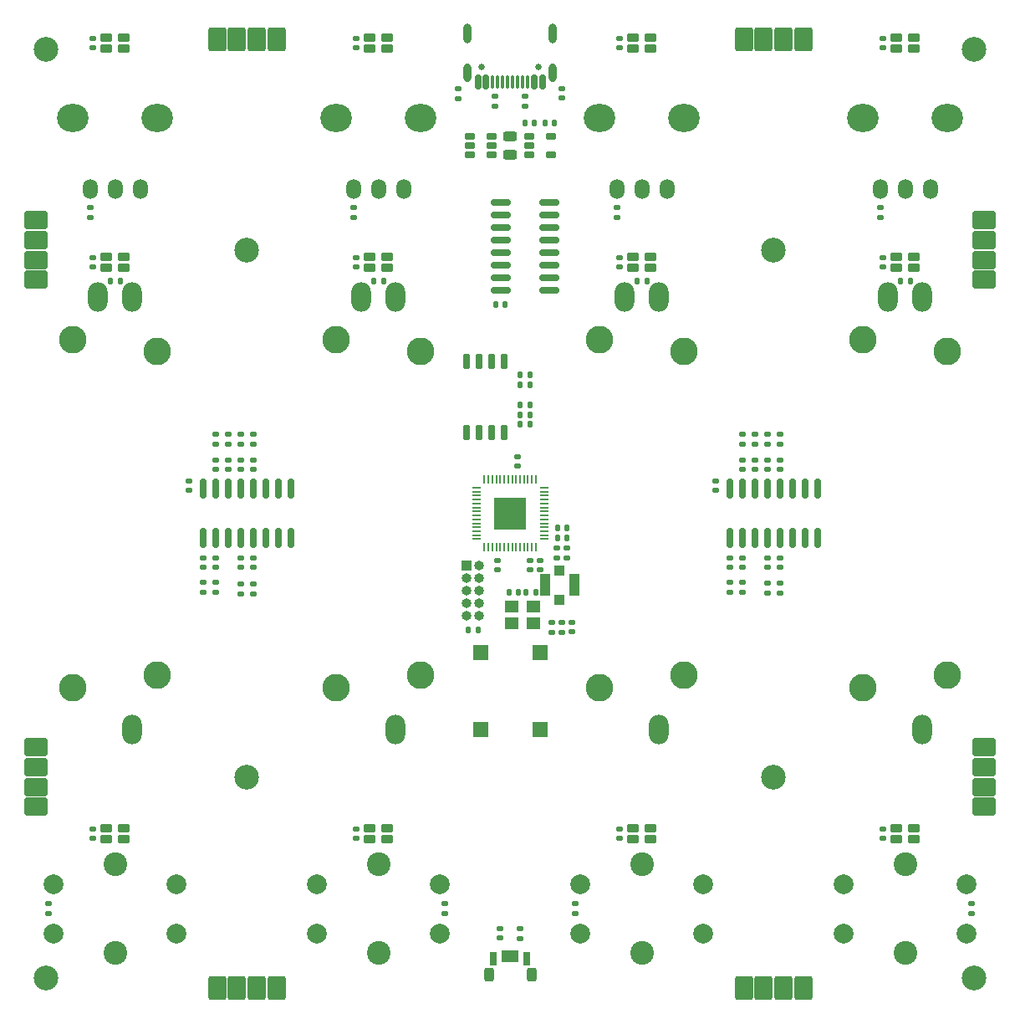
<source format=gbr>
%TF.GenerationSoftware,KiCad,Pcbnew,6.0.7-f9a2dced07~116~ubuntu22.04.1*%
%TF.CreationDate,2022-11-18T16:56:16+01:00*%
%TF.ProjectId,edge_plating_test,65646765-5f70-46c6-9174-696e675f7465,rev?*%
%TF.SameCoordinates,Original*%
%TF.FileFunction,Soldermask,Top*%
%TF.FilePolarity,Negative*%
%FSLAX46Y46*%
G04 Gerber Fmt 4.6, Leading zero omitted, Abs format (unit mm)*
G04 Created by KiCad (PCBNEW 6.0.7-f9a2dced07~116~ubuntu22.04.1) date 2022-11-18 16:56:16*
%MOMM*%
%LPD*%
G01*
G04 APERTURE LIST*
G04 Aperture macros list*
%AMRoundRect*
0 Rectangle with rounded corners*
0 $1 Rounding radius*
0 $2 $3 $4 $5 $6 $7 $8 $9 X,Y pos of 4 corners*
0 Add a 4 corners polygon primitive as box body*
4,1,4,$2,$3,$4,$5,$6,$7,$8,$9,$2,$3,0*
0 Add four circle primitives for the rounded corners*
1,1,$1+$1,$2,$3*
1,1,$1+$1,$4,$5*
1,1,$1+$1,$6,$7*
1,1,$1+$1,$8,$9*
0 Add four rect primitives between the rounded corners*
20,1,$1+$1,$2,$3,$4,$5,0*
20,1,$1+$1,$4,$5,$6,$7,0*
20,1,$1+$1,$6,$7,$8,$9,0*
20,1,$1+$1,$8,$9,$2,$3,0*%
G04 Aperture macros list end*
%ADD10RoundRect,0.140000X-0.170000X0.140000X-0.170000X-0.140000X0.170000X-0.140000X0.170000X0.140000X0*%
%ADD11RoundRect,0.140000X0.170000X-0.140000X0.170000X0.140000X-0.170000X0.140000X-0.170000X-0.140000X0*%
%ADD12RoundRect,0.250200X-0.949800X0.649800X-0.949800X-0.649800X0.949800X-0.649800X0.949800X0.649800X0*%
%ADD13RoundRect,0.135000X-0.135000X-0.185000X0.135000X-0.185000X0.135000X0.185000X-0.135000X0.185000X0*%
%ADD14RoundRect,0.225000X-0.375000X-0.225000X0.375000X-0.225000X0.375000X0.225000X-0.375000X0.225000X0*%
%ADD15RoundRect,0.135000X0.185000X-0.135000X0.185000X0.135000X-0.185000X0.135000X-0.185000X-0.135000X0*%
%ADD16RoundRect,0.140000X-0.140000X-0.170000X0.140000X-0.170000X0.140000X0.170000X-0.140000X0.170000X0*%
%ADD17RoundRect,0.250200X0.949800X-0.649800X0.949800X0.649800X-0.949800X0.649800X-0.949800X-0.649800X0*%
%ADD18O,1.500000X2.000000*%
%ADD19O,3.200000X2.800000*%
%ADD20RoundRect,0.135000X-0.185000X0.135000X-0.185000X-0.135000X0.185000X-0.135000X0.185000X0.135000X0*%
%ADD21C,2.000000*%
%ADD22C,2.400000*%
%ADD23RoundRect,0.050000X0.387500X0.050000X-0.387500X0.050000X-0.387500X-0.050000X0.387500X-0.050000X0*%
%ADD24RoundRect,0.050000X0.050000X0.387500X-0.050000X0.387500X-0.050000X-0.387500X0.050000X-0.387500X0*%
%ADD25R,3.200000X3.200000*%
%ADD26O,0.800000X1.900000*%
%ADD27RoundRect,0.150000X0.150000X0.575000X-0.150000X0.575000X-0.150000X-0.575000X0.150000X-0.575000X0*%
%ADD28RoundRect,0.170000X0.000000X0.555000X0.000000X0.555000X0.000000X-0.555000X0.000000X-0.555000X0*%
%ADD29O,0.800000X2.000000*%
%ADD30C,0.650000*%
%ADD31RoundRect,0.150000X0.150000X-0.825000X0.150000X0.825000X-0.150000X0.825000X-0.150000X-0.825000X0*%
%ADD32O,2.000000X3.000000*%
%ADD33C,2.800000*%
%ADD34RoundRect,0.140000X0.140000X0.170000X-0.140000X0.170000X-0.140000X-0.170000X0.140000X-0.170000X0*%
%ADD35RoundRect,0.147500X0.172500X-0.147500X0.172500X0.147500X-0.172500X0.147500X-0.172500X-0.147500X0*%
%ADD36RoundRect,0.250200X0.649800X0.949800X-0.649800X0.949800X-0.649800X-0.949800X0.649800X-0.949800X0*%
%ADD37R,1.500000X1.500000*%
%ADD38RoundRect,0.150000X0.825000X0.150000X-0.825000X0.150000X-0.825000X-0.150000X0.825000X-0.150000X0*%
%ADD39RoundRect,0.135000X0.135000X0.185000X-0.135000X0.185000X-0.135000X-0.185000X0.135000X-0.185000X0*%
%ADD40RoundRect,0.162500X-0.367500X-0.162500X0.367500X-0.162500X0.367500X0.162500X-0.367500X0.162500X0*%
%ADD41RoundRect,0.250200X-0.649800X-0.949800X0.649800X-0.949800X0.649800X0.949800X-0.649800X0.949800X0*%
%ADD42RoundRect,0.250000X0.250000X-0.450000X0.250000X0.450000X-0.250000X0.450000X-0.250000X-0.450000X0*%
%ADD43R,1.700000X1.200000*%
%ADD44R,0.700000X1.400000*%
%ADD45RoundRect,0.243750X-0.456250X0.243750X-0.456250X-0.243750X0.456250X-0.243750X0.456250X0.243750X0*%
%ADD46C,2.500000*%
%ADD47R,1.000000X1.000000*%
%ADD48R,1.050000X2.200000*%
%ADD49RoundRect,0.150000X-0.150000X0.650000X-0.150000X-0.650000X0.150000X-0.650000X0.150000X0.650000X0*%
%ADD50O,1.000000X1.000000*%
%ADD51R,1.400000X1.200000*%
G04 APERTURE END LIST*
D10*
%TO.C,C23*%
X70155000Y-104473000D03*
X70155000Y-105433000D03*
%TD*%
D11*
%TO.C,C20*%
X73965000Y-95527000D03*
X73965000Y-94567000D03*
%TD*%
D12*
%TO.C,REF\u002A\u002A*%
X52000000Y-123670000D03*
X52000000Y-125670000D03*
X52000000Y-127670000D03*
X52000000Y-129670000D03*
%TD*%
D13*
%TO.C,R8*%
X59485000Y-76505000D03*
X60505000Y-76505000D03*
%TD*%
D14*
%TO.C,D14*%
X87565000Y-132935000D03*
X87565000Y-131835000D03*
X85765000Y-131835000D03*
X85765000Y-132935000D03*
%TD*%
D15*
%TO.C,R26*%
X126035000Y-93017000D03*
X126035000Y-91997000D03*
%TD*%
D13*
%TO.C,R33*%
X86155000Y-76505000D03*
X87175000Y-76505000D03*
%TD*%
D16*
%TO.C,C705*%
X101020000Y-90000000D03*
X101980000Y-90000000D03*
%TD*%
D17*
%TO.C,REF\u002A\u002A*%
X148000000Y-76330000D03*
X148000000Y-74330000D03*
X148000000Y-72330000D03*
X148000000Y-70330000D03*
%TD*%
D16*
%TO.C,C602*%
X101520000Y-60500000D03*
X102480000Y-60500000D03*
%TD*%
D11*
%TO.C,C707*%
X106250000Y-111980000D03*
X106250000Y-111020000D03*
%TD*%
D10*
%TO.C,C35*%
X67488000Y-96726000D03*
X67488000Y-97686000D03*
%TD*%
%TO.C,C14*%
X84379000Y-131905000D03*
X84379000Y-132865000D03*
%TD*%
D18*
%TO.C,UI3*%
X110795000Y-67195000D03*
X113335000Y-67195000D03*
X115875000Y-67195000D03*
D19*
X109035000Y-59995000D03*
X117635000Y-59995000D03*
%TD*%
D11*
%TO.C,C28*%
X127305000Y-95527000D03*
X127305000Y-94567000D03*
%TD*%
D10*
%TO.C,C1*%
X57709000Y-51895000D03*
X57709000Y-52855000D03*
%TD*%
D20*
%TO.C,R601*%
X94750000Y-56990000D03*
X94750000Y-58010000D03*
%TD*%
D10*
%TO.C,C16*%
X137719000Y-131905000D03*
X137719000Y-132865000D03*
%TD*%
D20*
%TO.C,R30*%
X127305000Y-107008400D03*
X127305000Y-108028400D03*
%TD*%
D21*
%TO.C,UI32*%
X146255000Y-142505000D03*
X133755000Y-137505000D03*
X133755000Y-142505000D03*
X146255000Y-137505000D03*
D22*
X140005000Y-144505000D03*
X140005000Y-135505000D03*
%TD*%
D20*
%TO.C,R603*%
X98500000Y-57740000D03*
X98500000Y-58760000D03*
%TD*%
D23*
%TO.C,U701*%
X103437500Y-102600000D03*
X103437500Y-102200000D03*
X103437500Y-101800000D03*
X103437500Y-101400000D03*
X103437500Y-101000000D03*
X103437500Y-100600000D03*
X103437500Y-100200000D03*
X103437500Y-99800000D03*
X103437500Y-99400000D03*
X103437500Y-99000000D03*
X103437500Y-98600000D03*
X103437500Y-98200000D03*
X103437500Y-97800000D03*
X103437500Y-97400000D03*
D24*
X102600000Y-96562500D03*
X102200000Y-96562500D03*
X101800000Y-96562500D03*
X101400000Y-96562500D03*
X101000000Y-96562500D03*
X100600000Y-96562500D03*
X100200000Y-96562500D03*
X99800000Y-96562500D03*
X99400000Y-96562500D03*
X99000000Y-96562500D03*
X98600000Y-96562500D03*
X98200000Y-96562500D03*
X97800000Y-96562500D03*
X97400000Y-96562500D03*
D23*
X96562500Y-97400000D03*
X96562500Y-97800000D03*
X96562500Y-98200000D03*
X96562500Y-98600000D03*
X96562500Y-99000000D03*
X96562500Y-99400000D03*
X96562500Y-99800000D03*
X96562500Y-100200000D03*
X96562500Y-100600000D03*
X96562500Y-101000000D03*
X96562500Y-101400000D03*
X96562500Y-101800000D03*
X96562500Y-102200000D03*
X96562500Y-102600000D03*
D24*
X97400000Y-103437500D03*
X97800000Y-103437500D03*
X98200000Y-103437500D03*
X98600000Y-103437500D03*
X99000000Y-103437500D03*
X99400000Y-103437500D03*
X99800000Y-103437500D03*
X100200000Y-103437500D03*
X100600000Y-103437500D03*
X101000000Y-103437500D03*
X101400000Y-103437500D03*
X101800000Y-103437500D03*
X102200000Y-103437500D03*
X102600000Y-103437500D03*
D25*
X100000000Y-100000000D03*
%TD*%
D10*
%TO.C,C715*%
X102000000Y-104770000D03*
X102000000Y-105730000D03*
%TD*%
D20*
%TO.C,R32*%
X126035000Y-107008400D03*
X126035000Y-108028400D03*
%TD*%
D15*
%TO.C,R17*%
X71425000Y-93017000D03*
X71425000Y-91997000D03*
%TD*%
D20*
%TO.C,R31*%
X123495000Y-106957600D03*
X123495000Y-107977600D03*
%TD*%
%TO.C,R16*%
X146736000Y-139495000D03*
X146736000Y-140515000D03*
%TD*%
D11*
%TO.C,C19*%
X70155000Y-95527000D03*
X70155000Y-94567000D03*
%TD*%
D26*
%TO.C,J601*%
X104320000Y-55380000D03*
D27*
X103250000Y-56295000D03*
X102450000Y-56295000D03*
D28*
X101750000Y-56295000D03*
X101250000Y-56295000D03*
X100750000Y-56295000D03*
X100250000Y-56295000D03*
X99750000Y-56295000D03*
D27*
X96750000Y-56295000D03*
D28*
X98250000Y-56295000D03*
X98750000Y-56295000D03*
X99250000Y-56295000D03*
D27*
X97550000Y-56295000D03*
D26*
X95680000Y-55380000D03*
D29*
X95680000Y-51450000D03*
X104320000Y-51450000D03*
D30*
X102890000Y-54850000D03*
X97110000Y-54850000D03*
%TD*%
D20*
%TO.C,R705*%
X105250000Y-110990000D03*
X105250000Y-112010000D03*
%TD*%
%TO.C,R23*%
X70155000Y-106983000D03*
X70155000Y-108003000D03*
%TD*%
D18*
%TO.C,UI4*%
X137465000Y-67195000D03*
X140005000Y-67195000D03*
X142545000Y-67195000D03*
D19*
X135705000Y-59995000D03*
X144305000Y-59995000D03*
%TD*%
D16*
%TO.C,C706*%
X101020000Y-91000000D03*
X101980000Y-91000000D03*
%TD*%
D21*
%TO.C,UI31*%
X119585000Y-142505000D03*
X107085000Y-137505000D03*
X107085000Y-142505000D03*
X119585000Y-137505000D03*
D22*
X113335000Y-144505000D03*
X113335000Y-135505000D03*
%TD*%
D21*
%TO.C,UI30*%
X92915000Y-142505000D03*
X80415000Y-137505000D03*
X80415000Y-142505000D03*
X92915000Y-137505000D03*
D22*
X86665000Y-144505000D03*
X86665000Y-135505000D03*
%TD*%
D31*
%TO.C,U1*%
X68885000Y-102475000D03*
X70155000Y-102475000D03*
X71425000Y-102475000D03*
X72695000Y-102475000D03*
X73965000Y-102475000D03*
X75235000Y-102475000D03*
X76505000Y-102475000D03*
X77775000Y-102475000D03*
X77775000Y-97525000D03*
X76505000Y-97525000D03*
X75235000Y-97525000D03*
X73965000Y-97525000D03*
X72695000Y-97525000D03*
X71425000Y-97525000D03*
X70155000Y-97525000D03*
X68885000Y-97525000D03*
%TD*%
D11*
%TO.C,C26*%
X124765000Y-95527000D03*
X124765000Y-94567000D03*
%TD*%
D32*
%TO.C,UI7*%
X115085000Y-78100000D03*
X111585000Y-78100000D03*
X115085000Y-121900000D03*
D33*
X117585000Y-83600000D03*
X109085000Y-82400000D03*
X117585000Y-116400000D03*
X109085000Y-117600000D03*
%TD*%
D20*
%TO.C,R21*%
X68885000Y-106983000D03*
X68885000Y-108003000D03*
%TD*%
D15*
%TO.C,R28*%
X127305000Y-93017000D03*
X127305000Y-91997000D03*
%TD*%
D18*
%TO.C,UI2*%
X84125000Y-67195000D03*
X86665000Y-67195000D03*
X89205000Y-67195000D03*
D19*
X82365000Y-59995000D03*
X90965000Y-59995000D03*
%TD*%
D34*
%TO.C,C33*%
X99480000Y-78887500D03*
X98520000Y-78887500D03*
%TD*%
D17*
%TO.C,REF\u002A\u002A*%
X148000000Y-129670000D03*
X148000000Y-127670000D03*
X148000000Y-125670000D03*
X148000000Y-123670000D03*
%TD*%
D10*
%TO.C,C32*%
X126035000Y-104473000D03*
X126035000Y-105433000D03*
%TD*%
D14*
%TO.C,D7*%
X114235000Y-75150000D03*
X114235000Y-74050000D03*
X112435000Y-74050000D03*
X112435000Y-75150000D03*
%TD*%
D11*
%TO.C,C25*%
X126035000Y-95527000D03*
X126035000Y-94567000D03*
%TD*%
D10*
%TO.C,C21*%
X68885000Y-104473000D03*
X68885000Y-105433000D03*
%TD*%
D20*
%TO.C,R14*%
X93396000Y-139495000D03*
X93396000Y-140515000D03*
%TD*%
D11*
%TO.C,C701*%
X105750000Y-104480000D03*
X105750000Y-103520000D03*
%TD*%
D15*
%TO.C,R20*%
X73965000Y-93017000D03*
X73965000Y-91997000D03*
%TD*%
D35*
%TO.C,L701*%
X104750000Y-104470000D03*
X104750000Y-103500000D03*
%TD*%
D10*
%TO.C,C13*%
X57709000Y-131905000D03*
X57709000Y-132865000D03*
%TD*%
%TO.C,C3*%
X111049000Y-51895000D03*
X111049000Y-52855000D03*
%TD*%
%TO.C,C29*%
X122225000Y-104473000D03*
X122225000Y-105433000D03*
%TD*%
D14*
%TO.C,D8*%
X140905000Y-75150000D03*
X140905000Y-74050000D03*
X139105000Y-74050000D03*
X139105000Y-75150000D03*
%TD*%
D10*
%TO.C,C2*%
X84379000Y-51895000D03*
X84379000Y-52855000D03*
%TD*%
D15*
%TO.C,R27*%
X123495000Y-93017000D03*
X123495000Y-91997000D03*
%TD*%
D13*
%TO.C,R703*%
X100990000Y-89000000D03*
X102010000Y-89000000D03*
%TD*%
D15*
%TO.C,R10*%
X84125000Y-70030000D03*
X84125000Y-69010000D03*
%TD*%
D36*
%TO.C,REF\u002A\u002A*%
X76330000Y-52000000D03*
X74330000Y-52000000D03*
X72330000Y-52000000D03*
X70330000Y-52000000D03*
%TD*%
D10*
%TO.C,C52*%
X120828000Y-96726000D03*
X120828000Y-97686000D03*
%TD*%
D11*
%TO.C,C18*%
X71425000Y-95527000D03*
X71425000Y-94567000D03*
%TD*%
D14*
%TO.C,D5*%
X60895000Y-75150000D03*
X60895000Y-74050000D03*
X59095000Y-74050000D03*
X59095000Y-75150000D03*
%TD*%
D20*
%TO.C,R24*%
X72695000Y-107110000D03*
X72695000Y-108130000D03*
%TD*%
D37*
%TO.C,SW701*%
X103000000Y-121900000D03*
X103000000Y-114100000D03*
%TD*%
D14*
%TO.C,D16*%
X140905000Y-132935000D03*
X140905000Y-131835000D03*
X139105000Y-131835000D03*
X139105000Y-132935000D03*
%TD*%
D36*
%TO.C,REF\u002A\u002A*%
X129670000Y-52000000D03*
X127670000Y-52000000D03*
X125670000Y-52000000D03*
X123670000Y-52000000D03*
%TD*%
D14*
%TO.C,D13*%
X60895000Y-132935000D03*
X60895000Y-131835000D03*
X59095000Y-131835000D03*
X59095000Y-132935000D03*
%TD*%
D32*
%TO.C,UI8*%
X141755000Y-78100000D03*
X138255000Y-78100000D03*
X141755000Y-121900000D03*
D33*
X144255000Y-83600000D03*
X135755000Y-82400000D03*
X144255000Y-116400000D03*
X135755000Y-117600000D03*
%TD*%
D38*
%TO.C,U3*%
X103975000Y-77445000D03*
X103975000Y-76175000D03*
X103975000Y-74905000D03*
X103975000Y-73635000D03*
X103975000Y-72365000D03*
X103975000Y-71095000D03*
X103975000Y-69825000D03*
X103975000Y-68555000D03*
X99025000Y-68555000D03*
X99025000Y-69825000D03*
X99025000Y-71095000D03*
X99025000Y-72365000D03*
X99025000Y-73635000D03*
X99025000Y-74905000D03*
X99025000Y-76175000D03*
X99025000Y-77445000D03*
%TD*%
D14*
%TO.C,D6*%
X87565000Y-75150000D03*
X87565000Y-74050000D03*
X85765000Y-74050000D03*
X85765000Y-75150000D03*
%TD*%
D39*
%TO.C,R702*%
X102010000Y-86000000D03*
X100990000Y-86000000D03*
%TD*%
D10*
%TO.C,C6*%
X84379000Y-74120000D03*
X84379000Y-75080000D03*
%TD*%
%TO.C,C5*%
X57709000Y-74120000D03*
X57709000Y-75080000D03*
%TD*%
D18*
%TO.C,UI1*%
X57455000Y-67195000D03*
X59995000Y-67195000D03*
X62535000Y-67195000D03*
D19*
X55695000Y-59995000D03*
X64295000Y-59995000D03*
%TD*%
D15*
%TO.C,R19*%
X70155000Y-93017000D03*
X70155000Y-91997000D03*
%TD*%
D20*
%TO.C,R15*%
X106604000Y-139495000D03*
X106604000Y-140515000D03*
%TD*%
D10*
%TO.C,C714*%
X98750000Y-104770000D03*
X98750000Y-105730000D03*
%TD*%
D20*
%TO.C,R602*%
X101500000Y-57740000D03*
X101500000Y-58760000D03*
%TD*%
D37*
%TO.C,SW702*%
X97000000Y-121900000D03*
X97000000Y-114100000D03*
%TD*%
D15*
%TO.C,R706*%
X101000000Y-143010000D03*
X101000000Y-141990000D03*
%TD*%
D11*
%TO.C,C713*%
X100750000Y-95230000D03*
X100750000Y-94270000D03*
%TD*%
D40*
%TO.C,U602*%
X101900000Y-61800000D03*
X101900000Y-62750000D03*
X101900000Y-63700000D03*
X104100000Y-63700000D03*
X104100000Y-61800000D03*
%TD*%
D14*
%TO.C,D2*%
X87565000Y-52925000D03*
X87565000Y-51825000D03*
X85765000Y-51825000D03*
X85765000Y-52925000D03*
%TD*%
D40*
%TO.C,U601*%
X95900000Y-61800000D03*
X95900000Y-62750000D03*
X95900000Y-63700000D03*
X98100000Y-63700000D03*
X98100000Y-62750000D03*
X98100000Y-61800000D03*
%TD*%
D34*
%TO.C,C704*%
X100830000Y-108000000D03*
X99870000Y-108000000D03*
%TD*%
D41*
%TO.C,REF\u002A\u002A*%
X70330000Y-148000000D03*
X72330000Y-148000000D03*
X74330000Y-148000000D03*
X76330000Y-148000000D03*
%TD*%
D20*
%TO.C,R22*%
X73965000Y-107110000D03*
X73965000Y-108130000D03*
%TD*%
D10*
%TO.C,C716*%
X103000000Y-104770000D03*
X103000000Y-105730000D03*
%TD*%
D13*
%TO.C,R37*%
X139495000Y-76505000D03*
X140515000Y-76505000D03*
%TD*%
D10*
%TO.C,C30*%
X127305000Y-104473000D03*
X127305000Y-105433000D03*
%TD*%
D15*
%TO.C,R34*%
X110795000Y-70030000D03*
X110795000Y-69010000D03*
%TD*%
D10*
%TO.C,C7*%
X111049000Y-74120000D03*
X111049000Y-75080000D03*
%TD*%
%TO.C,C24*%
X72695000Y-104473000D03*
X72695000Y-105433000D03*
%TD*%
D11*
%TO.C,C17*%
X72695000Y-95527000D03*
X72695000Y-94567000D03*
%TD*%
D10*
%TO.C,C4*%
X137719000Y-51895000D03*
X137719000Y-52855000D03*
%TD*%
D41*
%TO.C,REF\u002A\u002A*%
X123670000Y-148000000D03*
X125670000Y-148000000D03*
X127670000Y-148000000D03*
X129670000Y-148000000D03*
%TD*%
D14*
%TO.C,D1*%
X60895000Y-52925000D03*
X60895000Y-51825000D03*
X59095000Y-51825000D03*
X59095000Y-52925000D03*
%TD*%
D32*
%TO.C,UI6*%
X88415000Y-78100000D03*
X84915000Y-78100000D03*
X88415000Y-121900000D03*
D33*
X90915000Y-83600000D03*
X82415000Y-82400000D03*
X90915000Y-116400000D03*
X82415000Y-117600000D03*
%TD*%
D11*
%TO.C,C27*%
X123495000Y-95527000D03*
X123495000Y-94567000D03*
%TD*%
D14*
%TO.C,D15*%
X114235000Y-132935000D03*
X114235000Y-131835000D03*
X112435000Y-131835000D03*
X112435000Y-132935000D03*
%TD*%
D16*
%TO.C,C603*%
X103520000Y-60500000D03*
X104480000Y-60500000D03*
%TD*%
D39*
%TO.C,R701*%
X102010000Y-87000000D03*
X100990000Y-87000000D03*
%TD*%
D42*
%TO.C,SW703*%
X102150000Y-146700000D03*
X97850000Y-146700000D03*
D43*
X100000000Y-144800000D03*
D44*
X101700000Y-145100000D03*
X98300000Y-145100000D03*
%TD*%
D20*
%TO.C,R29*%
X122225000Y-106983000D03*
X122225000Y-108003000D03*
%TD*%
D45*
%TO.C,L601*%
X100000000Y-61812500D03*
X100000000Y-63687500D03*
%TD*%
D16*
%TO.C,C712*%
X104770000Y-101500000D03*
X105730000Y-101500000D03*
%TD*%
D15*
%TO.C,R4*%
X57455000Y-70030000D03*
X57455000Y-69010000D03*
%TD*%
D46*
%TO.C,M501*%
X53000000Y-53000000D03*
X147000000Y-53000000D03*
X147000000Y-147000000D03*
X53000000Y-147000000D03*
X73330000Y-73330000D03*
X126670000Y-73330000D03*
X126670000Y-126670000D03*
X73330000Y-126670000D03*
%TD*%
D10*
%TO.C,C22*%
X73965000Y-104473000D03*
X73965000Y-105433000D03*
%TD*%
D20*
%TO.C,R704*%
X104250000Y-110990000D03*
X104250000Y-112010000D03*
%TD*%
D13*
%TO.C,R707*%
X95740000Y-111750000D03*
X96760000Y-111750000D03*
%TD*%
D16*
%TO.C,C703*%
X101620000Y-108000000D03*
X102580000Y-108000000D03*
%TD*%
D10*
%TO.C,C708*%
X99000000Y-142020000D03*
X99000000Y-142980000D03*
%TD*%
D14*
%TO.C,D3*%
X114235000Y-52925000D03*
X114235000Y-51825000D03*
X112435000Y-51825000D03*
X112435000Y-52925000D03*
%TD*%
D15*
%TO.C,R36*%
X137465000Y-70030000D03*
X137465000Y-69010000D03*
%TD*%
D21*
%TO.C,UI29*%
X66245000Y-142505000D03*
X53745000Y-137505000D03*
X53745000Y-142505000D03*
X66245000Y-137505000D03*
D22*
X59995000Y-144505000D03*
X59995000Y-135505000D03*
%TD*%
D12*
%TO.C,REF\u002A\u002A*%
X52000000Y-70330000D03*
X52000000Y-72330000D03*
X52000000Y-74330000D03*
X52000000Y-76330000D03*
%TD*%
D13*
%TO.C,R35*%
X112825000Y-76505000D03*
X113845000Y-76505000D03*
%TD*%
D47*
%TO.C,J701*%
X105000000Y-105750000D03*
D48*
X103525000Y-107250000D03*
D47*
X105000000Y-108750000D03*
D48*
X106475000Y-107250000D03*
%TD*%
D15*
%TO.C,R25*%
X124765000Y-93017000D03*
X124765000Y-91997000D03*
%TD*%
D10*
%TO.C,C31*%
X123495000Y-104473000D03*
X123495000Y-105433000D03*
%TD*%
%TO.C,C601*%
X105250000Y-57020000D03*
X105250000Y-57980000D03*
%TD*%
D20*
%TO.C,R13*%
X53264000Y-139495000D03*
X53264000Y-140515000D03*
%TD*%
D49*
%TO.C,U702*%
X99405000Y-84650000D03*
X98135000Y-84650000D03*
X96865000Y-84650000D03*
X95595000Y-84650000D03*
X95595000Y-91850000D03*
X96865000Y-91850000D03*
X98135000Y-91850000D03*
X99405000Y-91850000D03*
%TD*%
D15*
%TO.C,R18*%
X72695000Y-93017000D03*
X72695000Y-91997000D03*
%TD*%
D47*
%TO.C,J702*%
X95625000Y-105250000D03*
D50*
X96895000Y-105250000D03*
X95625000Y-106520000D03*
X96895000Y-106520000D03*
X95625000Y-107790000D03*
X96895000Y-107790000D03*
X95625000Y-109060000D03*
X96895000Y-109060000D03*
X95625000Y-110330000D03*
X96895000Y-110330000D03*
%TD*%
D14*
%TO.C,D4*%
X140905000Y-52925000D03*
X140905000Y-51825000D03*
X139105000Y-51825000D03*
X139105000Y-52925000D03*
%TD*%
D10*
%TO.C,C8*%
X137719000Y-74120000D03*
X137719000Y-75080000D03*
%TD*%
D16*
%TO.C,C702*%
X104770000Y-102500000D03*
X105730000Y-102500000D03*
%TD*%
D31*
%TO.C,U2*%
X122225000Y-102475000D03*
X123495000Y-102475000D03*
X124765000Y-102475000D03*
X126035000Y-102475000D03*
X127305000Y-102475000D03*
X128575000Y-102475000D03*
X129845000Y-102475000D03*
X131115000Y-102475000D03*
X131115000Y-97525000D03*
X129845000Y-97525000D03*
X128575000Y-97525000D03*
X127305000Y-97525000D03*
X126035000Y-97525000D03*
X124765000Y-97525000D03*
X123495000Y-97525000D03*
X122225000Y-97525000D03*
%TD*%
D51*
%TO.C,Y701*%
X102350000Y-109400000D03*
X100150000Y-109400000D03*
X100150000Y-111100000D03*
X102350000Y-111100000D03*
%TD*%
D10*
%TO.C,C15*%
X111049000Y-131905000D03*
X111049000Y-132865000D03*
%TD*%
D32*
%TO.C,UI5*%
X61745000Y-78100000D03*
X58245000Y-78100000D03*
X61745000Y-121900000D03*
D33*
X64245000Y-83600000D03*
X55745000Y-82400000D03*
X64245000Y-116400000D03*
X55745000Y-117600000D03*
%TD*%
M02*

</source>
